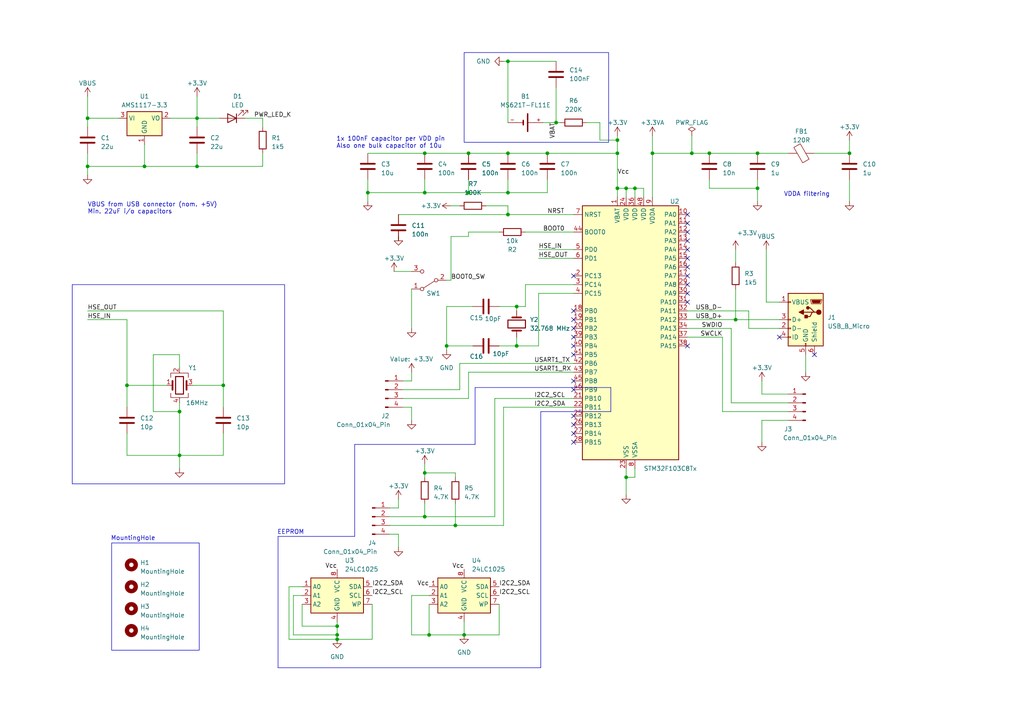
<source format=kicad_sch>
(kicad_sch (version 20231120) (generator "eeschema") (generator_version "8.0")
  (paper "A4")
  (title_block (title "STM32 Datalogger") (date "2026-01-10"))
  (lib_symbols
    (symbol "Connector:Conn_01x04_Pin" (pin_names (offset 1.016) hide)
      (property "Reference" "J" (at 0 5.08 0))
      (property "Value" "Conn_01x04_Pin" (at 0 -7.62 0))
      (symbol "Conn_01x04_Pin_1_1"
        (polyline (pts (xy 1.27 -5.08) (xy 0.8636 -5.08)) (stroke (width 0.1524)))
        (polyline (pts (xy 1.27 -2.54) (xy 0.8636 -2.54)) (stroke (width 0.1524)))
        (polyline (pts (xy 1.27 0) (xy 0.8636 0)) (stroke (width 0.1524)))
        (polyline (pts (xy 1.27 2.54) (xy 0.8636 2.54)) (stroke (width 0.1524)))
        (rectangle (start 0.8636 -4.953) (end 0 -5.207) (stroke (width 0.1524)) (fill (type outline)))
        (rectangle (start 0.8636 -2.413) (end 0 -2.667) (stroke (width 0.1524)) (fill (type outline)))
        (rectangle (start 0.8636 0.127) (end 0 -0.127) (stroke (width 0.1524)) (fill (type outline)))
        (rectangle (start 0.8636 2.667) (end 0 2.413) (stroke (width 0.1524)) (fill (type outline)))
        (pin passive line (at 5.08 2.54 180) (length 3.81) (name "Pin_1") (number "1"))
        (pin passive line (at 5.08 0 180) (length 3.81) (name "Pin_2") (number "2"))
        (pin passive line (at 5.08 -2.54 180) (length 3.81) (name "Pin_3") (number "3"))
        (pin passive line (at 5.08 -5.08 180) (length 3.81) (name "Pin_4") (number "4"))
      )
    )
    (symbol "Connector:USB_B_Micro" (pin_names (offset 1.016))
      (property "Reference" "J" (at -5.08 11.43 0))
      (property "Value" "USB_B_Micro" (at -5.08 8.89 0))
      (symbol "USB_B_Micro_0_1"
        (rectangle (start -5.08 -7.62) (end 5.08 7.62) (stroke (width 0.254)) (fill (type background)))
        (circle (center -3.81 2.159) (radius 0.635) (stroke (width 0.254)) (fill (type outline)))
        (circle (center -0.635 3.429) (radius 0.381) (stroke (width 0.254)) (fill (type outline)))
        (rectangle (start -0.127 -7.62) (end 0.127 -6.858))
        (polyline (pts (xy -1.905 2.159) (xy 0.635 2.159)) (stroke (width 0.254)))
        (polyline (pts (xy -3.175 2.159) (xy -2.54 2.159) (xy -1.27 3.429) (xy -0.635 3.429)) (stroke (width 0.254)))
        (polyline (pts (xy -2.54 2.159) (xy -1.905 2.159) (xy -1.27 0.889) (xy 0 0.889)) (stroke (width 0.254)))
        (polyline (pts (xy 0.635 2.794) (xy 0.635 1.524) (xy 1.905 2.159) (xy 0.635 2.794)) (stroke (width 0.254)) (fill (type outline)))
        (polyline (pts (xy -4.318 5.588) (xy -1.778 5.588) (xy -2.032 4.826) (xy -4.064 4.826) (xy -4.318 5.588)) (fill (type outline)))
        (polyline (pts (xy -4.699 5.842) (xy -4.699 5.588) (xy -4.445 4.826) (xy -4.445 4.572) (xy -1.651 4.572) (xy -1.651 4.826) (xy -1.397 5.588) (xy -1.397 5.842) (xy -4.699 5.842)))
        (rectangle (start 0.254 1.27) (end -0.508 0.508) (stroke (width 0.254)) (fill (type outline)))
        (rectangle (start 5.08 -5.207) (end 4.318 -4.953))
        (rectangle (start 5.08 -2.667) (end 4.318 -2.413))
        (rectangle (start 5.08 -0.127) (end 4.318 0.127))
        (rectangle (start 5.08 4.953) (end 4.318 5.207))
      )
      (symbol "USB_B_Micro_1_1"
        (pin power_out line (at 7.62 5.08 180) (length 2.54) (name "VBUS") (number "1"))
        (pin bidirectional line (at 7.62 -2.54 180) (length 2.54) (name "D-") (number "2"))
        (pin bidirectional line (at 7.62 0 180) (length 2.54) (name "D+") (number "3"))
        (pin passive line (at 7.62 -5.08 180) (length 2.54) (name "ID") (number "4"))
        (pin power_out line (at 0 -10.16 90) (length 2.54) (name "GND") (number "5"))
        (pin passive line (at -2.54 -10.16 90) (length 2.54) (name "Shield") (number "6"))
      )
    )
    (symbol "Device:C" (pin_numbers hide) (pin_names (offset 0.254))
      (property "Reference" "C" (at 0.635 2.54 0))
      (property "Value" "C" (at 0.635 -2.54 0))
      (symbol "C_0_1"
        (polyline (pts (xy -2.032 -0.762) (xy 2.032 -0.762)) (stroke (width 0.508)))
        (polyline (pts (xy -2.032 0.762) (xy 2.032 0.762)) (stroke (width 0.508)))
      )
      (symbol "C_1_1"
        (pin passive line (at 0 3.81 270) (length 2.794) (name "~") (number "1"))
        (pin passive line (at 0 -3.81 90) (length 2.794) (name "~") (number "2"))
      )
    )
    (symbol "Device:Crystal" (pin_numbers hide) (pin_names (offset 1.016) hide)
      (property "Reference" "Y" (at 0 3.81 0))
      (property "Value" "Crystal" (at 0 -3.81 0))
      (symbol "Crystal_0_1"
        (rectangle (start -1.143 2.54) (end 1.143 -2.54) (stroke (width 0.3048)))
        (polyline (pts (xy -2.54 0) (xy -1.905 0)))
        (polyline (pts (xy -1.905 -1.27) (xy -1.905 1.27)) (stroke (width 0.508)))
        (polyline (pts (xy 1.905 -1.27) (xy 1.905 1.27)) (stroke (width 0.508)))
        (polyline (pts (xy 2.54 0) (xy 1.905 0)))
      )
      (symbol "Crystal_1_1"
        (pin passive line (at -3.81 0 0) (length 1.27) (name "1") (number "1"))
        (pin passive line (at 3.81 0 180) (length 1.27) (name "2") (number "2"))
      )
    )
    (symbol "Device:Crystal_GND24" (pin_names (offset 1.016) hide)
      (property "Reference" "Y" (at 3.175 5.08 0))
      (property "Value" "Crystal_GND24" (at 3.175 3.175 0))
      (symbol "Crystal_GND24_0_1"
        (rectangle (start -1.143 2.54) (end 1.143 -2.54) (stroke (width 0.3048)))
        (polyline (pts (xy -2.54 0) (xy -2.032 0)))
        (polyline (pts (xy -2.032 -1.27) (xy -2.032 1.27)) (stroke (width 0.508)))
        (polyline (pts (xy 0 -3.81) (xy 0 -3.556)))
        (polyline (pts (xy 0 3.556) (xy 0 3.81)))
        (polyline (pts (xy 2.032 -1.27) (xy 2.032 1.27)) (stroke (width 0.508)))
        (polyline (pts (xy 2.032 0) (xy 2.54 0)))
        (polyline (pts (xy -2.54 -2.286) (xy -2.54 -3.556) (xy 2.54 -3.556) (xy 2.54 -2.286)))
        (polyline (pts (xy -2.54 2.286) (xy -2.54 3.556) (xy 2.54 3.556) (xy 2.54 2.286)))
      )
      (symbol "Crystal_GND24_1_1"
        (pin passive line (at -3.81 0 0) (length 1.27) (name "1") (number "1"))
        (pin passive line (at 0 5.08 270) (length 1.27) (name "2") (number "2"))
        (pin passive line (at 3.81 0 180) (length 1.27) (name "3") (number "3"))
        (pin passive line (at 0 -5.08 90) (length 1.27) (name "4") (number "4"))
      )
    )
    (symbol "Device:FerriteBead" (pin_numbers hide) (pin_names (offset 0))
      (property "Reference" "FB" (at -3.81 0.635 90))
      (property "Value" "FerriteBead" (at 3.81 0 90))
      (symbol "FerriteBead_0_1"
        (polyline (pts (xy 0 -1.27) (xy 0 -1.2192)))
        (polyline (pts (xy 0 1.27) (xy 0 1.2954)))
        (polyline (pts (xy -2.7686 0.4064) (xy -1.7018 2.2606) (xy 2.7686 -0.3048) (xy 1.6764 -2.159) (xy -2.7686 0.4064)))
      )
      (symbol "FerriteBead_1_1"
        (pin passive line (at 0 3.81 270) (length 2.54) (name "~") (number "1"))
        (pin passive line (at 0 -3.81 90) (length 2.54) (name "~") (number "2"))
      )
    )
    (symbol "Device:LED" (pin_numbers hide) (pin_names (offset 1.016) hide)
      (property "Reference" "D" (at 0 2.54 0))
      (property "Value" "LED" (at 0 -2.54 0))
      (symbol "LED_0_1"
        (polyline (pts (xy -1.27 -1.27) (xy -1.27 1.27)) (stroke (width 0.254)))
        (polyline (pts (xy -1.27 0) (xy 1.27 0)))
        (polyline (pts (xy 1.27 -1.27) (xy 1.27 1.27) (xy -1.27 0) (xy 1.27 -1.27)) (stroke (width 0.254)))
        (polyline (pts (xy -3.048 -0.762) (xy -4.572 -2.286) (xy -3.81 -2.286) (xy -4.572 -2.286) (xy -4.572 -1.524)))
        (polyline (pts (xy -1.778 -0.762) (xy -3.302 -2.286) (xy -2.54 -2.286) (xy -3.302 -2.286) (xy -3.302 -1.524)))
      )
      (symbol "LED_1_1"
        (pin passive line (at -3.81 0 0) (length 2.54) (name "K") (number "1"))
        (pin passive line (at 3.81 0 180) (length 2.54) (name "A") (number "2"))
      )
    )
    (symbol "Device:R" (pin_numbers hide) (pin_names (offset 0))
      (property "Reference" "R" (at 2.032 0 90))
      (property "Value" "R" (at 0 0 90))
      (symbol "R_0_1"
        (rectangle (start -1.016 -2.54) (end 1.016 2.54) (stroke (width 0.254)))
      )
      (symbol "R_1_1"
        (pin passive line (at 0 3.81 270) (length 1.27) (name "~") (number "1"))
        (pin passive line (at 0 -3.81 90) (length 1.27) (name "~") (number "2"))
      )
    )
    (symbol "GND_1" (power) (pin_numbers hide) (pin_names (offset 0) hide)
      (property "Value" "GND" (at 0 -3.81 0))
      (symbol "GND_1_0_1"
        (polyline (pts (xy 0 0) (xy 0 -1.27) (xy 1.27 -1.27) (xy 0 -2.54) (xy -1.27 -1.27) (xy 0 -1.27)))
      )
      (symbol "GND_1_1_1"
        (pin power_in line (at 0 0 270) (length 0) (name "~") (number "1"))
      )
    )
    (symbol "GND_2" (power) (pin_numbers hide) (pin_names (offset 0) hide)
      (property "Value" "GND" (at 0 -3.81 0))
      (symbol "GND_2_0_1"
        (polyline (pts (xy 0 0) (xy 0 -1.27) (xy 1.27 -1.27) (xy 0 -2.54) (xy -1.27 -1.27) (xy 0 -1.27)))
      )
      (symbol "GND_2_1_1"
        (pin power_in line (at 0 0 270) (length 0) (name "~") (number "1"))
      )
    )
    (symbol "GND_3" (power) (pin_numbers hide) (pin_names (offset 0) hide)
      (property "Value" "GND" (at 0 -3.81 0))
      (symbol "GND_3_0_1"
        (polyline (pts (xy 0 0) (xy 0 -1.27) (xy 1.27 -1.27) (xy 0 -2.54) (xy -1.27 -1.27) (xy 0 -1.27)))
      )
      (symbol "GND_3_1_1"
        (pin power_in line (at 0 0 270) (length 0) (name "~") (number "1"))
      )
    )
    (symbol "MCU_ST_STM32F1:STM32F103C8Tx"
      (property "Reference" "U" (at -12.7 39.37 0))
      (property "Value" "STM32F103C8Tx" (at 10.16 39.37 0))
      (symbol "STM32F103C8Tx_0_1"
        (rectangle (start -12.7 -35.56) (end 15.24 38.1) (stroke (width 0.254)) (fill (type background)))
      )
      (symbol "STM32F103C8Tx_1_1"
        (pin power_in line (at -2.54 40.64 270) (length 2.54) (name "VBAT") (number "1"))
        (pin bidirectional line (at 17.78 35.56 180) (length 2.54) (name "PA0") (number "10"))
        (pin bidirectional line (at 17.78 33.02 180) (length 2.54) (name "PA1") (number "11"))
        (pin bidirectional line (at 17.78 30.48 180) (length 2.54) (name "PA2") (number "12"))
        (pin bidirectional line (at 17.78 27.94 180) (length 2.54) (name "PA3") (number "13"))
        (pin bidirectional line (at 17.78 25.4 180) (length 2.54) (name "PA4") (number "14"))
        (pin bidirectional line (at 17.78 22.86 180) (length 2.54) (name "PA5") (number "15"))
        (pin bidirectional line (at 17.78 20.32 180) (length 2.54) (name "PA6") (number "16"))
        (pin bidirectional line (at 17.78 17.78 180) (length 2.54) (name "PA7") (number "17"))
        (pin bidirectional line (at -15.24 7.62 0) (length 2.54) (name "PB0") (number "18"))
        (pin bidirectional line (at -15.24 5.08 0) (length 2.54) (name "PB1") (number "19"))
        (pin bidirectional line (at -15.24 17.78 0) (length 2.54) (name "PC13") (number "2"))
        (pin bidirectional line (at -15.24 2.54 0) (length 2.54) (name "PB2") (number "20"))
        (pin bidirectional line (at -15.24 -17.78 0) (length 2.54) (name "PB10") (number "21"))
        (pin bidirectional line (at -15.24 -20.32 0) (length 2.54) (name "PB11") (number "22"))
        (pin power_in line (at 0 -38.1 90) (length 2.54) (name "VSS") (number "23"))
        (pin power_in line (at 0 40.64 270) (length 2.54) (name "VDD") (number "24"))
        (pin bidirectional line (at -15.24 -22.86 0) (length 2.54) (name "PB12") (number "25"))
        (pin bidirectional line (at -15.24 -25.4 0) (length 2.54) (name "PB13") (number "26"))
        (pin bidirectional line (at -15.24 -27.94 0) (length 2.54) (name "PB14") (number "27"))
        (pin bidirectional line (at -15.24 -30.48 0) (length 2.54) (name "PB15") (number "28"))
        (pin bidirectional line (at 17.78 15.24 180) (length 2.54) (name "PA8") (number "29"))
        (pin bidirectional line (at -15.24 15.24 0) (length 2.54) (name "PC14") (number "3"))
        (pin bidirectional line (at 17.78 12.7 180) (length 2.54) (name "PA9") (number "30"))
        (pin bidirectional line (at 17.78 10.16 180) (length 2.54) (name "PA10") (number "31"))
        (pin bidirectional line (at 17.78 7.62 180) (length 2.54) (name "PA11") (number "32"))
        (pin bidirectional line (at 17.78 5.08 180) (length 2.54) (name "PA12") (number "33"))
        (pin bidirectional line (at 17.78 2.54 180) (length 2.54) (name "PA13") (number "34"))
        (pin passive line (at 0 -38.1 90) (length 2.54) hide (name "VSS") (number "35"))
        (pin power_in line (at 2.54 40.64 270) (length 2.54) (name "VDD") (number "36"))
        (pin bidirectional line (at 17.78 0 180) (length 2.54) (name "PA14") (number "37"))
        (pin bidirectional line (at 17.78 -2.54 180) (length 2.54) (name "PA15") (number "38"))
        (pin bidirectional line (at -15.24 0 0) (length 2.54) (name "PB3") (number "39"))
        (pin bidirectional line (at -15.24 12.7 0) (length 2.54) (name "PC15") (number "4"))
        (pin bidirectional line (at -15.24 -2.54 0) (length 2.54) (name "PB4") (number "40"))
        (pin bidirectional line (at -15.24 -5.08 0) (length 2.54) (name "PB5") (number "41"))
        (pin bidirectional line (at -15.24 -7.62 0) (length 2.54) (name "PB6") (number "42"))
        (pin bidirectional line (at -15.24 -10.16 0) (length 2.54) (name "PB7") (number "43"))
        (pin input line (at -15.24 30.48 0) (length 2.54) (name "BOOT0") (number "44"))
        (pin bidirectional line (at -15.24 -12.7 0) (length 2.54) (name "PB8") (number "45"))
        (pin bidirectional line (at -15.24 -15.24 0) (length 2.54) (name "PB9") (number "46"))
        (pin passive line (at 0 -38.1 90) (length 2.54) hide (name "VSS") (number "47"))
        (pin power_in line (at 5.08 40.64 270) (length 2.54) (name "VDD") (number "48"))
        (pin bidirectional line (at -15.24 25.4 0) (length 2.54) (name "PD0") (number "5"))
        (pin bidirectional line (at -15.24 22.86 0) (length 2.54) (name "PD1") (number "6"))
        (pin input line (at -15.24 35.56 0) (length 2.54) (name "NRST") (number "7"))
        (pin power_in line (at 2.54 -38.1 90) (length 2.54) (name "VSSA") (number "8"))
        (pin power_in line (at 7.62 40.64 270) (length 2.54) (name "VDDA") (number "9"))
      )
    )
    (symbol "MS621T-FL11E:MS621T-FL11E" (pin_names (offset 1.016))
      (property "Reference" "B" (at 0 0 0))
      (symbol "MS621T-FL11E_0_0"
        (polyline (pts (xy -2.54 0) (xy -0.635 0)) (stroke (width 0.1524)))
        (polyline (pts (xy -0.635 0) (xy -0.635 -0.635)) (stroke (width 0.4064)))
        (polyline (pts (xy -0.635 0.635) (xy -0.635 0)) (stroke (width 0.4064)))
        (polyline (pts (xy 0.635 0) (xy 0.635 -2.54)) (stroke (width 0.4064)))
        (polyline (pts (xy 0.635 0) (xy 2.54 0)) (stroke (width 0.1524)))
        (polyline (pts (xy 0.635 2.54) (xy 0.635 0)) (stroke (width 0.4064)))
        (pin passive line (at 5.08 0 180) (length 2.54) (name "~") (number "+"))
        (pin passive line (at -5.08 0 0) (length 2.54) (name "~") (number "-"))
      )
    )
    (symbol "Mechanical:MountingHole" (pin_names (offset 1.016))
      (property "Reference" "H" (at 0 5.08 0))
      (property "Value" "MountingHole" (at 0 3.175 0))
      (symbol "MountingHole_0_1"
        (circle (center 0 0) (radius 1.27) (stroke (width 1.27)))
      )
    )
    (symbol "Memory_EEPROM:24LC1025"
      (property "Reference" "U" (at -6.35 6.35 0))
      (property "Value" "24LC1025" (at 1.27 6.35 0))
      (symbol "24LC1025_1_1"
        (rectangle (start -7.62 5.08) (end 7.62 -5.08) (stroke (width 0.254)) (fill (type background)))
        (pin input line (at -10.16 2.54 0) (length 2.54) (name "A0") (number "1"))
        (pin input line (at -10.16 0 0) (length 2.54) (name "A1") (number "2"))
        (pin input line (at -10.16 -2.54 0) (length 2.54) (name "A2") (number "3"))
        (pin power_in line (at 0 -7.62 90) (length 2.54) (name "GND") (number "4"))
        (pin bidirectional line (at 10.16 2.54 180) (length 2.54) (name "SDA") (number "5"))
        (pin input line (at 10.16 0 180) (length 2.54) (name "SCL") (number "6"))
        (pin input line (at 10.16 -2.54 180) (length 2.54) (name "WP") (number "7"))
        (pin power_in line (at 0 7.62 270) (length 2.54) (name "VCC") (number "8"))
      )
    )
    (symbol "Regulator_Linear:AMS1117-3.3"
      (property "Reference" "U" (at -3.81 3.175 0))
      (property "Value" "AMS1117-3.3" (at 0 3.175 0))
      (symbol "AMS1117-3.3_0_1"
        (rectangle (start -5.08 -5.08) (end 5.08 1.905) (stroke (width 0.254)) (fill (type background)))
      )
      (symbol "AMS1117-3.3_1_1"
        (pin power_in line (at 0 -7.62 90) (length 2.54) (name "GND") (number "1"))
        (pin power_out line (at 7.62 0 180) (length 2.54) (name "VO") (number "2"))
        (pin power_in line (at -7.62 0 0) (length 2.54) (name "VI") (number "3"))
      )
    )
    (symbol "Switch:SW_SPDT" (pin_names (offset 0) hide)
      (property "Reference" "SW" (at 0 4.318 0))
      (property "Value" "SW_SPDT" (at 0 -5.08 0))
      (symbol "SW_SPDT_0_0"
        (circle (center -2.032 0) (radius 0.508))
        (circle (center 2.032 -2.54) (radius 0.508))
      )
      (symbol "SW_SPDT_0_1"
        (polyline (pts (xy -1.524 0.254) (xy 1.651 2.286)))
        (circle (center 2.032 2.54) (radius 0.508))
      )
      (symbol "SW_SPDT_1_1"
        (pin passive line (at 5.08 2.54 180) (length 2.54) (name "A") (number "1"))
        (pin passive line (at -5.08 0 0) (length 2.54) (name "B") (number "2"))
        (pin passive line (at 5.08 -2.54 180) (length 2.54) (name "C") (number "3"))
      )
    )
    (symbol "power:+3.3V" (power) (pin_names (offset 0))
      (property "Value" "+3.3V" (at 0 3.556 0))
      (symbol "+3.3V_0_1"
        (polyline (pts (xy -0.762 1.27) (xy 0 2.54)))
        (polyline (pts (xy 0 0) (xy 0 2.54)))
        (polyline (pts (xy 0 2.54) (xy 0.762 1.27)))
      )
      (symbol "+3.3V_1_1"
        (pin power_in line (at 0 0 90) (length 0) hide (name "+3.3V") (number "1"))
      )
    )
    (symbol "power:+3.3VA" (power) (pin_names (offset 0))
      (property "Value" "+3.3VA" (at 0 3.556 0))
      (symbol "+3.3VA_0_1"
        (polyline (pts (xy -0.762 1.27) (xy 0 2.54)))
        (polyline (pts (xy 0 0) (xy 0 2.54)))
        (polyline (pts (xy 0 2.54) (xy 0.762 1.27)))
      )
      (symbol "+3.3VA_1_1"
        (pin power_in line (at 0 0 90) (length 0) hide (name "+3.3VA") (number "1"))
      )
    )
    (symbol "power:GND" (power) (pin_names (offset 0))
      (property "Value" "GND" (at 0 -3.81 0))
      (symbol "GND_0_1"
        (polyline (pts (xy 0 0) (xy 0 -1.27) (xy 1.27 -1.27) (xy 0 -2.54) (xy -1.27 -1.27) (xy 0 -1.27)))
      )
      (symbol "GND_1_1"
        (pin power_in line (at 0 0 270) (length 0) hide (name "GND") (number "1"))
      )
    )
    (symbol "power:PWR_FLAG" (power) (pin_numbers hide) (pin_names (offset 0) hide)
      (property "Value" "PWR_FLAG" (at 0 3.81 0))
      (symbol "PWR_FLAG_0_0"
        (pin power_out line (at 0 0 90) (length 0) (name "pwr") (number "1"))
      )
      (symbol "PWR_FLAG_0_1"
        (polyline (pts (xy 0 0) (xy 0 1.27) (xy -1.016 1.905) (xy 0 2.54) (xy 1.016 1.905) (xy 0 1.27)))
      )
    )
    (symbol "power:VBUS" (power) (pin_names (offset 0))
      (property "Value" "VBUS" (at 0 3.81 0))
      (symbol "VBUS_0_1"
        (polyline (pts (xy -0.762 1.27) (xy 0 2.54)))
        (polyline (pts (xy 0 0) (xy 0 2.54)))
        (polyline (pts (xy 0 2.54) (xy 0.762 1.27)))
      )
      (symbol "VBUS_1_1"
        (pin power_in line (at 0 0 90) (length 0) hide (name "VBUS") (number "1"))
      )
    )
  )
  (junction (at 123.19 137.16))
  (junction (at 161.29 35.56))
  (junction (at 106.68 55.88))
  (junction (at 179.07 40.64))
  (junction (at 200.66 44.45))
  (junction (at 158.75 44.45))
  (junction (at 97.79 185.42))
  (junction (at 134.62 184.15))
  (junction (at 181.61 54.61))
  (junction (at 97.79 181.61))
  (junction (at 41.91 48.26))
  (junction (at 64.77 111.76))
  (junction (at 184.15 54.61))
  (junction (at 213.36 92.71))
  (junction (at 149.86 100.33))
  (junction (at 135.89 44.45))
  (junction (at 57.15 34.29))
  (junction (at 179.07 54.61))
  (junction (at 132.08 152.4))
  (junction (at 179.07 44.45))
  (junction (at 123.19 44.45))
  (junction (at 181.61 138.43))
  (junction (at 129.54 100.33))
  (junction (at 147.32 44.45))
  (junction (at 219.71 54.61))
  (junction (at 97.79 184.15))
  (junction (at 147.32 62.23))
  (junction (at 189.23 44.45))
  (junction (at 25.4 34.29))
  (junction (at 25.4 48.26))
  (junction (at 147.32 17.78))
  (junction (at 205.74 44.45))
  (junction (at 57.15 48.26))
  (junction (at 135.89 55.88))
  (junction (at 124.46 184.15))
  (junction (at 123.19 149.86))
  (junction (at 246.38 44.45))
  (junction (at 52.07 119.38))
  (junction (at 123.19 55.88))
  (junction (at 52.07 132.08))
  (junction (at 149.86 88.9))
  (junction (at 219.71 44.45))
  (junction (at 147.32 55.88))
  (junction (at 36.83 111.76))
  (no_connect (at 166.37 128.27))
  (no_connect (at 199.39 69.85))
  (no_connect (at 166.37 123.19))
  (no_connect (at 226.06 97.79))
  (no_connect (at 166.37 110.49))
  (no_connect (at 166.37 90.17))
  (no_connect (at 236.22 102.87))
  (no_connect (at 199.39 82.55))
  (no_connect (at 199.39 72.39))
  (no_connect (at 199.39 77.47))
  (no_connect (at 166.37 102.87))
  (no_connect (at 166.37 100.33))
  (no_connect (at 199.39 64.77))
  (no_connect (at 199.39 67.31))
  (no_connect (at 166.37 92.71))
  (no_connect (at 199.39 85.09))
  (no_connect (at 166.37 120.65))
  (no_connect (at 199.39 100.33))
  (no_connect (at 199.39 74.93))
  (no_connect (at 166.37 113.03))
  (no_connect (at 166.37 125.73))
  (no_connect (at 166.37 80.01))
  (no_connect (at 199.39 62.23))
  (no_connect (at 199.39 87.63))
  (no_connect (at 166.37 95.25))
  (no_connect (at 199.39 80.01))
  (no_connect (at 166.37 97.79))
  (wire (pts (xy 135.89 67.31) (xy 144.78 67.31)))
  (wire (pts (xy 87.63 181.61) (xy 97.79 181.61)))
  (wire (pts (xy 106.68 52.07) (xy 106.68 55.88)))
  (wire (pts (xy 156.21 85.09) (xy 156.21 100.33)))
  (wire (pts (xy 87.63 175.26) (xy 87.63 181.61)))
  (wire (pts (xy 222.25 72.39) (xy 222.25 87.63)))
  (polyline (pts (xy 137.795 112.395) (xy 137.795 128.905)))
  (wire (pts (xy 143.51 149.86) (xy 143.51 115.57)))
  (wire (pts (xy 135.89 115.57) (xy 135.89 107.95)))
  (wire (pts (xy 147.32 59.69) (xy 147.32 62.23)))
  (wire (pts (xy 85.09 172.72) (xy 85.09 184.15)))
  (wire (pts (xy 116.84 118.11) (xy 119.38 118.11)))
  (wire (pts (xy 147.32 44.45) (xy 158.75 44.45)))
  (wire (pts (xy 189.23 44.45) (xy 189.23 57.15)))
  (wire (pts (xy 130.81 81.28) (xy 129.54 81.28)))
  (wire (pts (xy 83.82 170.18) (xy 83.82 185.42)))
  (wire (pts (xy 199.39 97.79) (xy 209.55 97.79)))
  (wire (pts (xy 158.75 55.88) (xy 147.32 55.88)))
  (wire (pts (xy 107.95 175.26) (xy 107.95 185.42)))
  (wire (pts (xy 57.15 44.45) (xy 57.15 48.26)))
  (wire (pts (xy 132.08 152.4) (xy 146.05 152.4)))
  (wire (pts (xy 220.98 121.92) (xy 220.98 128.27)))
  (wire (pts (xy 25.4 44.45) (xy 25.4 48.26)))
  (wire (pts (xy 25.4 48.26) (xy 41.91 48.26)))
  (wire (pts (xy 36.83 132.08) (xy 52.07 132.08)))
  (wire (pts (xy 123.19 149.86) (xy 143.51 149.86)))
  (wire (pts (xy 213.36 72.39) (xy 213.36 76.2)))
  (wire (pts (xy 76.2 44.45) (xy 76.2 48.26)))
  (wire (pts (xy 213.36 83.82) (xy 213.36 92.71)))
  (wire (pts (xy 132.08 138.43) (xy 132.08 137.16)))
  (wire (pts (xy 219.71 52.07) (xy 219.71 54.61)))
  (wire (pts (xy 228.6 121.92) (xy 220.98 121.92)))
  (wire (pts (xy 52.07 102.87) (xy 44.45 102.87)))
  (wire (pts (xy 213.36 92.71) (xy 226.06 92.71)))
  (wire (pts (xy 170.18 35.56) (xy 173.99 35.56)))
  (wire (pts (xy 135.89 107.95) (xy 166.37 107.95)))
  (wire (pts (xy 119.38 83.82) (xy 119.38 95.25)))
  (wire (pts (xy 25.4 48.26) (xy 25.4 50.8)))
  (wire (pts (xy 219.71 54.61) (xy 219.71 58.42)))
  (wire (pts (xy 152.4 88.9) (xy 152.4 82.55)))
  (wire (pts (xy 64.77 132.08) (xy 52.07 132.08)))
  (wire (pts (xy 123.19 137.16) (xy 123.19 138.43)))
  (wire (pts (xy 123.19 55.88) (xy 135.89 55.88)))
  (wire (pts (xy 49.53 34.29) (xy 57.15 34.29)))
  (polyline (pts (xy 80.645 193.675) (xy 156.845 193.675)))
  (wire (pts (xy 52.07 119.38) (xy 52.07 132.08)))
  (wire (pts (xy 36.83 125.73) (xy 36.83 132.08)))
  (wire (pts (xy 146.05 118.11) (xy 166.37 118.11)))
  (wire (pts (xy 189.23 39.37) (xy 189.23 44.45)))
  (wire (pts (xy 135.89 52.07) (xy 135.89 55.88)))
  (wire (pts (xy 152.4 67.31) (xy 166.37 67.31)))
  (wire (pts (xy 124.46 184.15) (xy 134.62 184.15)))
  (wire (pts (xy 129.54 101.6) (xy 129.54 100.33)))
  (wire (pts (xy 132.08 137.16) (xy 123.19 137.16)))
  (polyline (pts (xy 102.87 155.575) (xy 80.645 155.575)))
  (wire (pts (xy 147.32 52.07) (xy 147.32 55.88)))
  (wire (pts (xy 25.4 34.29) (xy 25.4 36.83)))
  (wire (pts (xy 64.77 125.73) (xy 64.77 132.08)))
  (wire (pts (xy 144.78 88.9) (xy 149.86 88.9)))
  (wire (pts (xy 130.81 81.28) (xy 130.81 68.58)))
  (wire (pts (xy 123.19 44.45) (xy 135.89 44.45)))
  (wire (pts (xy 156.21 74.93) (xy 166.37 74.93)))
  (wire (pts (xy 124.46 175.26) (xy 124.46 184.15)))
  (wire (pts (xy 129.54 88.9) (xy 129.54 100.33)))
  (wire (pts (xy 25.4 27.94) (xy 25.4 34.29)))
  (wire (pts (xy 246.38 52.07) (xy 246.38 58.42)))
  (wire (pts (xy 76.2 48.26) (xy 57.15 48.26)))
  (wire (pts (xy 133.35 113.03) (xy 133.35 105.41)))
  (wire (pts (xy 115.57 147.32) (xy 113.03 147.32)))
  (wire (pts (xy 219.71 44.45) (xy 228.6 44.45)))
  (wire (pts (xy 200.66 39.37) (xy 200.66 44.45)))
  (wire (pts (xy 134.62 180.34) (xy 134.62 184.15)))
  (wire (pts (xy 41.91 41.91) (xy 41.91 48.26)))
  (wire (pts (xy 52.07 132.08) (xy 52.07 135.89)))
  (wire (pts (xy 200.66 44.45) (xy 205.74 44.45)))
  (wire (pts (xy 179.07 40.64) (xy 179.07 44.45)))
  (wire (pts (xy 199.39 95.25) (xy 212.09 95.25)))
  (wire (pts (xy 135.89 44.45) (xy 147.32 44.45)))
  (wire (pts (xy 186.69 54.61) (xy 184.15 54.61)))
  (wire (pts (xy 209.55 119.38) (xy 209.55 97.79)))
  (wire (pts (xy 158.75 52.07) (xy 158.75 55.88)))
  (wire (pts (xy 36.83 92.71) (xy 36.83 111.76)))
  (wire (pts (xy 189.23 44.45) (xy 200.66 44.45)))
  (wire (pts (xy 52.07 116.84) (xy 52.07 119.38)))
  (wire (pts (xy 123.19 134.62) (xy 123.19 137.16)))
  (polyline (pts (xy 156.845 119.38) (xy 177.165 119.38)))
  (polyline (pts (xy 177.165 119.38) (xy 177.165 112.395)))
  (wire (pts (xy 143.51 115.57) (xy 166.37 115.57)))
  (wire (pts (xy 186.69 57.15) (xy 186.69 54.61)))
  (polyline (pts (xy 102.87 128.905) (xy 137.795 128.905)))
  (polyline (pts (xy 102.87 128.905) (xy 102.87 155.575)))
  (wire (pts (xy 199.39 92.71) (xy 213.36 92.71)))
  (wire (pts (xy 44.45 102.87) (xy 44.45 119.38)))
  (wire (pts (xy 246.38 40.64) (xy 246.38 44.45)))
  (wire (pts (xy 181.61 138.43) (xy 181.61 143.51)))
  (wire (pts (xy 115.57 144.78) (xy 115.57 147.32)))
  (wire (pts (xy 149.86 100.33) (xy 149.86 97.79)))
  (wire (pts (xy 149.86 88.9) (xy 149.86 90.17)))
  (wire (pts (xy 226.06 95.25) (xy 217.17 95.25)))
  (wire (pts (xy 57.15 27.94) (xy 57.15 34.29)))
  (wire (pts (xy 115.57 69.85) (xy 115.57 68.58)))
  (wire (pts (xy 106.68 55.88) (xy 106.68 58.42)))
  (wire (pts (xy 48.26 111.76) (xy 36.83 111.76)))
  (wire (pts (xy 184.15 54.61) (xy 181.61 54.61)))
  (wire (pts (xy 217.17 95.25) (xy 217.17 90.17)))
  (wire (pts (xy 130.81 68.58) (xy 135.89 68.58)))
  (wire (pts (xy 25.4 34.29) (xy 34.29 34.29)))
  (wire (pts (xy 113.03 149.86) (xy 123.19 149.86)))
  (wire (pts (xy 113.03 152.4) (xy 132.08 152.4)))
  (wire (pts (xy 179.07 39.37) (xy 179.07 40.64)))
  (wire (pts (xy 144.78 175.26) (xy 144.78 184.15)))
  (wire (pts (xy 205.74 44.45) (xy 219.71 44.45)))
  (wire (pts (xy 52.07 106.68) (xy 52.07 102.87)))
  (wire (pts (xy 179.07 54.61) (xy 179.07 57.15)))
  (wire (pts (xy 205.74 52.07) (xy 205.74 54.61)))
  (wire (pts (xy 135.89 55.88) (xy 147.32 55.88)))
  (wire (pts (xy 184.15 138.43) (xy 181.61 138.43)))
  (wire (pts (xy 83.82 185.42) (xy 97.79 185.42)))
  (wire (pts (xy 107.95 185.42) (xy 97.79 185.42)))
  (wire (pts (xy 116.84 113.03) (xy 133.35 113.03)))
  (wire (pts (xy 144.78 100.33) (xy 149.86 100.33)))
  (wire (pts (xy 173.99 40.64) (xy 179.07 40.64)))
  (polyline (pts (xy 156.845 193.675) (xy 156.845 119.38)))
  (wire (pts (xy 157.48 35.56) (xy 161.29 35.56)))
  (wire (pts (xy 228.6 116.84) (xy 212.09 116.84)))
  (wire (pts (xy 146.05 152.4) (xy 146.05 118.11)))
  (wire (pts (xy 147.32 17.78) (xy 147.32 35.56)))
  (wire (pts (xy 156.21 100.33) (xy 149.86 100.33)))
  (wire (pts (xy 124.46 172.72) (xy 119.38 172.72)))
  (wire (pts (xy 212.09 116.84) (xy 212.09 95.25)))
  (wire (pts (xy 181.61 135.89) (xy 181.61 138.43)))
  (wire (pts (xy 119.38 78.74) (xy 114.3 78.74)))
  (wire (pts (xy 147.32 17.78) (xy 161.29 17.78)))
  (wire (pts (xy 71.12 34.29) (xy 76.2 34.29)))
  (wire (pts (xy 115.57 154.94) (xy 115.57 158.75)))
  (wire (pts (xy 64.77 111.76) (xy 55.88 111.76)))
  (wire (pts (xy 161.29 35.56) (xy 162.56 35.56)))
  (wire (pts (xy 113.03 154.94) (xy 115.57 154.94)))
  (wire (pts (xy 179.07 44.45) (xy 179.07 54.61)))
  (wire (pts (xy 115.57 62.23) (xy 147.32 62.23)))
  (wire (pts (xy 173.99 35.56) (xy 173.99 40.64)))
  (wire (pts (xy 222.25 87.63) (xy 226.06 87.63)))
  (wire (pts (xy 147.32 62.23) (xy 166.37 62.23)))
  (wire (pts (xy 87.63 172.72) (xy 85.09 172.72)))
  (wire (pts (xy 135.89 68.58) (xy 135.89 67.31)))
  (wire (pts (xy 123.19 52.07) (xy 123.19 55.88)))
  (wire (pts (xy 130.81 59.69) (xy 133.35 59.69)))
  (wire (pts (xy 233.68 102.87) (xy 233.68 107.95)))
  (wire (pts (xy 220.98 110.49) (xy 220.98 114.3)))
  (wire (pts (xy 161.29 25.4) (xy 161.29 35.56)))
  (wire (pts (xy 57.15 34.29) (xy 63.5 34.29)))
  (wire (pts (xy 87.63 170.18) (xy 83.82 170.18)))
  (wire (pts (xy 181.61 54.61) (xy 181.61 57.15)))
  (wire (pts (xy 156.21 72.39) (xy 166.37 72.39)))
  (wire (pts (xy 184.15 135.89) (xy 184.15 138.43)))
  (wire (pts (xy 181.61 54.61) (xy 179.07 54.61)))
  (wire (pts (xy 64.77 90.17) (xy 64.77 111.76)))
  (wire (pts (xy 236.22 44.45) (xy 246.38 44.45)))
  (wire (pts (xy 144.78 184.15) (xy 134.62 184.15)))
  (wire (pts (xy 116.84 115.57) (xy 135.89 115.57)))
  (wire (pts (xy 140.97 59.69) (xy 147.32 59.69)))
  (wire (pts (xy 123.19 146.05) (xy 123.19 149.86)))
  (wire (pts (xy 97.79 180.34) (xy 97.79 181.61)))
  (wire (pts (xy 220.98 114.3) (xy 228.6 114.3)))
  (wire (pts (xy 205.74 54.61) (xy 219.71 54.61)))
  (wire (pts (xy 149.86 88.9) (xy 152.4 88.9)))
  (wire (pts (xy 132.08 146.05) (xy 132.08 152.4)))
  (wire (pts (xy 97.79 181.61) (xy 97.79 184.15)))
  (wire (pts (xy 97.79 184.15) (xy 97.79 185.42)))
  (polyline (pts (xy 80.645 155.575) (xy 80.645 193.675)))
  (wire (pts (xy 85.09 184.15) (xy 97.79 184.15)))
  (wire (pts (xy 36.83 111.76) (xy 36.83 118.11)))
  (wire (pts (xy 184.15 54.61) (xy 184.15 57.15)))
  (wire (pts (xy 119.38 107.95) (xy 119.38 110.49)))
  (wire (pts (xy 41.91 48.26) (xy 57.15 48.26)))
  (wire (pts (xy 57.15 34.29) (xy 57.15 36.83)))
  (wire (pts (xy 133.35 105.41) (xy 166.37 105.41)))
  (wire (pts (xy 119.38 118.11) (xy 119.38 121.92)))
  (wire (pts (xy 76.2 34.29) (xy 76.2 36.83)))
  (wire (pts (xy 199.39 90.17) (xy 217.17 90.17)))
  (wire (pts (xy 119.38 110.49) (xy 116.84 110.49)))
  (wire (pts (xy 129.54 88.9) (xy 137.16 88.9)))
  (polyline (pts (xy 177.165 112.395) (xy 137.795 112.395)))
  (wire (pts (xy 119.38 184.15) (xy 124.46 184.15)))
  (wire (pts (xy 25.4 92.71) (xy 36.83 92.71)))
  (wire (pts (xy 106.68 44.45) (xy 123.19 44.45)))
  (wire (pts (xy 152.4 82.55) (xy 166.37 82.55)))
  (wire (pts (xy 44.45 119.38) (xy 52.07 119.38)))
  (wire (pts (xy 146.05 17.78) (xy 147.32 17.78)))
  (wire (pts (xy 166.37 85.09) (xy 156.21 85.09)))
  (wire (pts (xy 228.6 119.38) (xy 209.55 119.38)))
  (wire (pts (xy 158.75 44.45) (xy 179.07 44.45)))
  (wire (pts (xy 25.4 90.17) (xy 64.77 90.17)))
  (wire (pts (xy 106.68 55.88) (xy 123.19 55.88)))
  (wire (pts (xy 129.54 100.33) (xy 137.16 100.33)))
  (wire (pts (xy 64.77 118.11) (xy 64.77 111.76)))
  (wire (pts (xy 119.38 172.72) (xy 119.38 184.15)))
  (rectangle (start 32.385 157.48) (end 57.785 188.595))
  (rectangle (start 20.955 82.55) (end 82.55 140.335))
  (rectangle (start 134.62 15.24) (end 176.53 41.275))
  (text "1x 100nF capacitor per VDD pin\nAlso one bulk capacitor of 10u\n" (at 97.536 43.18 0) (effects (font (size 1.27 1.27)) (justify left bottom)))
  (text "VBUS from USB connector (nom. +5V) \nMin. 22uF i/o capacitors\n" (at 25.4 62.23 0) (effects (font (size 1.27 1.27)) (justify left bottom)))
  (text "EEPROM" (at 84.328 154.432 0) (effects (font (size 1.27 1.27))))
  (text "VDDA filtering\n" (at 227.33 57.15 0) (effects (font (size 1.27 1.27)) (justify left bottom)))
  (text "MountingHole" (at 38.608 156.21 0) (effects (font (size 1.27 1.27))))
  (label "USART1_TX" (at 154.94 105.41 0))
  (label "USART1_RX" (at 154.94 107.95 0))
  (label "HSE_OUT" (at 156.21 74.93 0))
  (label "I2C2_SCL" (at 154.94 115.57 0))
  (label "USB_D-" (at 209.55 90.17 180))
  (label "BOOT0" (at 157.48 67.31 0))
  (label "I2C2_SDA" (at 107.95 170.18 0))
  (label "NRST" (at 158.75 62.23 0))
  (label "HSE_IN" (at 156.21 72.39 0))
  (label "I2C2_SDA" (at 144.78 170.18 0))
  (label "SWDIO" (at 209.55 95.25 180))
  (label "HSE_IN" (at 25.4 92.71 0))
  (label "Vcc" (at 134.62 165.1 180))
  (label "I2C2_SCL" (at 144.78 172.72 0))
  (label "I2C2_SDA" (at 154.94 118.11 0))
  (label "SWCLK" (at 209.55 97.79 180))
  (label "Vcc" (at 179.07 50.8 0))
  (label "Vcc" (at 124.46 170.18 180))
  (label "Vcc" (at 97.79 165.1 180))
  (label "I2C2_SCL" (at 107.95 172.72 0))
  (label "BOOT0_SW" (at 130.81 81.28 0))
  (label "PWR_LED_K" (at 73.66 34.29 0))
  (label "VBAT" (at 161.29 35.56 270))
  (label "USB_D+" (at 209.55 92.71 180))
  (label "HSE_OUT" (at 25.4 90.17 0))
  (symbol (lib_id "power:GND") (at 119.38 95.25 0) (unit 1)
    (property "Reference" "#PWR014" (effects (hide yes)))
    (property "Value" "GND" (effects (hide yes)))
  )
  (symbol (lib_id "power:GND") (at 115.57 158.75 0) (mirror y) (unit 1)
    (property "Reference" "#PWR023" (effects (hide yes)))
    (property "Value" "GND" (effects (hide yes)))
  )
  (symbol (lib_id "MCU_ST_STM32F1:STM32F103C8Tx") (at 181.61 97.79 0) (unit 1)
    (property "Reference" "U2" (at 194.31 58.42 0) (effects (justify left)))
    (property "Value" "STM32F103C8Tx" (at 186.69 135.89 0) (effects (justify left)))
    (property "Footprint" "Package_QFP:LQFP-48_7x7mm_P0.5mm" (effects (hide yes)))
    (property "Datasheet" "https://www.st.com/resource/en/datasheet/stm32f103c8.pdf" (effects (hide yes)))
  )
  (symbol (lib_id "Device:R") (at 148.59 67.31 90) (unit 1)
    (property "Reference" "R2" (at 148.59 72.39 90))
    (property "Value" "10k" (at 148.59 69.85 90))
    (property "Footprint" "Resistor_SMD:R_0402_1005Metric" (effects (hide yes)))
  )
  (symbol (lib_id "Connector:Conn_01x04_Pin") (at 111.76 113.03 0) (unit 1)
    (property "Reference" "J2" (at 111.76 120.65 0))
    (property "Value" "Conn_01x04_Pin" (at 105.41 123.19 0))
    (property "Footprint" "Connector_PinHeader_2.54mm:PinHeader_1x04_P2.54mm_Vertical" (effects (hide yes)))
  )
  (symbol (lib_id "Device:R") (at 123.19 142.24 0) (unit 1)
    (property "Reference" "R4" (at 125.73 141.605 0) (effects (justify left)))
    (property "Value" "4.7K" (at 125.73 144.145 0) (effects (justify left)))
    (property "Footprint" "Resistor_SMD:R_0402_1005Metric" (effects (hide yes)))
  )
  (symbol (lib_id "power:+3.3V") (at 213.36 72.39 0) (unit 1)
    (property "Reference" "#PWR011" (effects (hide yes)))
    (property "Value" "+3.3V" (at 216.662 67.564 0))
  )
  (symbol (lib_id "power:GND") (at 219.71 58.42 0) (unit 1)
    (property "Reference" "#PWR08" (effects (hide yes)))
    (property "Value" "GND" (effects (hide yes)))
  )
  (symbol (lib_id "Device:R") (at 132.08 142.24 0) (unit 1)
    (property "Reference" "R5" (at 134.62 141.605 0) (effects (justify left)))
    (property "Value" "4.7K" (at 134.62 144.145 0) (effects (justify left)))
    (property "Footprint" "Resistor_SMD:R_0402_1005Metric" (effects (hide yes)))
  )
  (symbol (lib_id "power:GND") (at 233.68 107.95 0) (unit 1)
    (property "Reference" "#PWR016" (effects (hide yes)))
    (property "Value" "GND" (effects (hide yes)))
  )
  (symbol (lib_id "Device:C") (at 106.68 48.26 0) (unit 1)
    (property "Reference" "C3" (at 110.49 47.625 0) (effects (justify left)))
    (property "Value" "10u" (at 110.49 50.165 0) (effects (justify left)))
    (property "Footprint" "Capacitor_SMD:C_0603_1608Metric" (effects (hide yes)))
  )
  (symbol (lib_id "power:+3.3V") (at 119.38 107.95 0) (mirror y) (unit 1)
    (property "Reference" "#PWR015" (effects (hide yes)))
    (property "Value" "+3.3V" (at 119.38 104.14 0) (show_name yes))
  )
  (symbol (lib_id "Device:R") (at 137.16 59.69 90) (unit 1)
    (property "Reference" "R7" (at 137.16 53.34 90))
    (property "Value" "100K" (at 137.16 55.88 90))
    (property "Footprint" "Resistor_SMD:R_0402_1005Metric" (effects (hide yes)))
    (property "Description" "Resistor" (effects (hide yes)))
  )
  (symbol (lib_id "power:GND") (at 52.07 135.89 0) (unit 1)
    (property "Reference" "#PWR024" (effects (hide yes)))
    (property "Value" "GND" (effects (hide yes)))
  )
  (symbol (lib_id "Device:R") (at 166.37 35.56 90) (unit 1)
    (property "Reference" "R6" (at 166.37 29.21 90))
    (property "Value" "220K" (at 166.37 31.75 90))
    (property "Footprint" "Resistor_SMD:R_0402_1005Metric" (effects (hide yes)))
    (property "Description" "Resistor" (effects (hide yes)))
  )
  (symbol (lib_id "Device:LED") (at 67.31 34.29 180) (unit 1)
    (property "Reference" "D1" (at 68.8975 27.94 0))
    (property "Value" "LED" (at 68.8975 30.48 0))
    (property "Footprint" "LED_SMD:LED_0603_1608Metric" (effects (hide yes)))
  )
  (symbol (lib_id "Device:Crystal_GND24") (at 52.07 111.76 0) (unit 1)
    (property "Reference" "Y1" (at 55.88 106.68 0))
    (property "Value" "16MHz" (at 57.15 116.84 0))
    (property "Footprint" "Crystal:Crystal_SMD_3225-4Pin_3.2x2.5mm" (effects (hide yes)))
  )
  (symbol (lib_id "power:+3.3V") (at 179.07 39.37 0) (unit 1)
    (property "Reference" "#PWR03" (effects (hide yes)))
    (property "Value" "+3.3V" (at 179.07 35.56 0))
  )
  (symbol (lib_id "power:+3.3V") (at 130.81 59.69 90) (unit 1)
    (property "Reference" "#PWR029" (effects (hide yes)))
    (property "Value" "+3.3V" (at 124.968 59.69 90))
  )
  (symbol (lib_id "Device:C") (at 140.97 100.33 90) (unit 1)
    (property "Reference" "C16" (at 138.176 103.378 90))
    (property "Value" "10pF" (at 145.288 102.616 90))
    (property "Footprint" "Capacitor_SMD:C_0402_1005Metric" (effects (hide yes)))
    (property "Description" "Unpolarized capacitor" (effects (hide yes)))
  )
  (symbol (lib_id "Device:C") (at 135.89 48.26 0) (unit 1)
    (property "Reference" "C5" (at 139.7 47.625 0) (effects (justify left)))
    (property "Value" "100n" (at 139.7 50.165 0) (effects (justify left)))
    (property "Footprint" "Capacitor_SMD:C_0402_1005Metric" (effects (hide yes)))
  )
  (symbol (lib_name "GND_3") (lib_id "power:GND") (at 97.79 185.42 0) (unit 1)
    (property "Reference" "#PWR027" (effects (hide yes)))
    (property "Value" "GND" (at 97.79 190.5 0))
    (property "Description" "Power symbol creates a global label with name \"GND\" , ground" (effects (hide yes)))
  )
  (symbol (lib_id "Connector:USB_B_Micro") (at 233.68 92.71 0) (mirror y) (unit 1)
    (property "Reference" "J1" (at 240.03 92.075 0) (effects (justify right)))
    (property "Value" "USB_B_Micro" (at 240.03 94.615 0) (effects (justify right)))
    (property "Footprint" "Connector_USB:USB_Micro-B_Wuerth_629105150521" (effects (hide yes)))
  )
  (symbol (lib_id "Device:C") (at 140.97 88.9 90) (unit 1)
    (property "Reference" "C15" (at 138.176 92.202 90))
    (property "Value" "10pF" (at 143.002 92.456 90))
    (property "Footprint" "Capacitor_SMD:C_0402_1005Metric" (effects (hide yes)))
    (property "Description" "Unpolarized capacitor" (effects (hide yes)))
  )
  (symbol (lib_id "Mechanical:MountingHole") (at 38.1 182.88 0) (unit 1)
    (property "Reference" "H4" (at 40.64 182.245 0) (effects (justify left)))
    (property "Value" "MountingHole" (at 40.64 184.785 0) (effects (justify left)))
    (property "Footprint" "MountingHole:MountingHole_2.2mm_M2" (effects (hide yes)))
  )
  (symbol (lib_id "power:VBUS") (at 222.25 72.39 0) (unit 1)
    (property "Reference" "#PWR012" (effects (hide yes)))
    (property "Value" "VBUS" (at 222.25 68.58 0))
  )
  (symbol (lib_id "Device:C") (at 161.29 21.59 0) (unit 1)
    (property "Reference" "C14" (at 165.1 20.3199 0) (effects (justify left)))
    (property "Value" "100nF" (at 165.1 22.8599 0) (effects (justify left)))
    (property "Footprint" "Capacitor_SMD:C_0402_1005Metric" (effects (hide yes)))
    (property "Description" "Unpolarized capacitor" (effects (hide yes)))
  )
  (symbol (lib_id "power:PWR_FLAG") (at 200.66 39.37 0) (unit 1)
    (property "Reference" "#FLG01" (effects (hide yes)))
    (property "Value" "PWR_FLAG" (at 200.66 35.56 0))
  )
  (symbol (lib_id "Connector:Conn_01x04_Pin") (at 107.95 149.86 0) (unit 1)
    (property "Reference" "J4" (at 107.95 157.48 0))
    (property "Value" "Conn_01x04_Pin" (at 101.6 160.02 0))
    (property "Footprint" "Connector_PinHeader_2.54mm:PinHeader_1x04_P2.54mm_Vertical" (effects (hide yes)))
  )
  (symbol (lib_id "Device:C") (at 205.74 48.26 0) (unit 1)
    (property "Reference" "C8" (at 209.55 47.625 0) (effects (justify left)))
    (property "Value" "10n" (at 209.55 50.165 0) (effects (justify left)))
    (property "Footprint" "Capacitor_SMD:C_0402_1005Metric" (effects (hide yes)))
  )
  (symbol (lib_id "power:+3.3V") (at 220.98 110.49 0) (unit 1)
    (property "Reference" "#PWR017" (effects (hide yes)))
    (property "Value" "+3.3V" (at 220.98 106.68 0))
  )
  (symbol (lib_id "Switch:SW_SPDT") (at 124.46 81.28 180) (unit 1)
    (property "Reference" "SW1" (at 125.73 85.09 0))
    (property "Value" "SW_SPDT" (effects (hide yes)))
    (property "Footprint" "Button_Switch_SMD:SW_SPDT_PCM12" (effects (hide yes)))
  )
  (symbol (lib_id "Mechanical:MountingHole") (at 38.1 163.83 0) (unit 1)
    (property "Reference" "H1" (at 40.64 163.195 0) (effects (justify left)))
    (property "Value" "MountingHole" (at 40.64 165.735 0) (effects (justify left)))
    (property "Footprint" "MountingHole:MountingHole_2.2mm_M2" (effects (hide yes)))
  )
  (symbol (lib_id "Device:C") (at 36.83 121.92 0) (unit 1)
    (property "Reference" "C12" (at 40.64 121.285 0) (effects (justify left)))
    (property "Value" "10p" (at 40.64 123.825 0) (effects (justify left)))
    (property "Footprint" "Capacitor_SMD:C_0402_1005Metric" (effects (hide yes)))
  )
  (symbol (lib_id "Device:C") (at 246.38 48.26 0) (unit 1)
    (property "Reference" "C10" (at 250.19 47.625 0) (effects (justify left)))
    (property "Value" "1u" (at 250.19 50.165 0) (effects (justify left)))
    (property "Footprint" "Capacitor_SMD:C_0402_1005Metric" (effects (hide yes)))
  )
  (symbol (lib_id "Device:Crystal") (at 149.86 93.98 90) (unit 1)
    (property "Reference" "Y2" (at 153.67 92.7099 90) (effects (justify right)))
    (property "Value" "32.768 MHz" (at 153.67 95.2499 90) (effects (justify right)))
    (property "Footprint" "Crystal:Crystal_SMD_3215-2Pin_3.2x1.5mm" (effects (hide yes)))
    (property "Description" "Two pin crystal" (effects (hide yes)))
  )
  (symbol (lib_id "Device:C") (at 158.75 48.26 0) (unit 1)
    (property "Reference" "C7" (at 162.56 47.625 0) (effects (justify left)))
    (property "Value" "100n" (at 162.56 50.165 0) (effects (justify left)))
    (property "Footprint" "Capacitor_SMD:C_0402_1005Metric" (effects (hide yes)))
  )
  (symbol (lib_id "Device:FerriteBead") (at 232.41 44.45 270) (mirror x) (unit 1)
    (property "Reference" "FB1" (at 232.4608 38.1 90))
    (property "Value" "120R" (at 232.4608 40.64 90))
    (property "Footprint" "Inductor_SMD:L_0603_1608Metric" (effects (hide yes)))
  )
  (symbol (lib_id "power:GND") (at 115.57 68.58 0) (unit 1)
    (property "Reference" "#PWR010" (effects (hide yes)))
    (property "Value" "GND" (effects (hide yes)))
  )
  (symbol (lib_id "Memory_EEPROM:24LC1025") (at 97.79 172.72 0) (unit 1)
    (property "Reference" "U3" (at 99.9841 162.56 0) (effects (justify left)))
    (property "Value" "24LC1025" (at 99.9841 165.1 0) (effects (justify left)))
    (property "Footprint" "Package_SO:SOIC-8_3.9x4.9mm_P1.27mm" (effects (hide yes)))
    (property "Datasheet" "http://ww1.microchip.com/downloads/en/DeviceDoc/21941B.pdf" (effects (hide yes)))
    (property "Description" "I2C Serial EEPROM, 1024Kb, DIP-8/SOIC-8/TSSOP-8/DFN-8" (effects (hide yes)))
  )
  (symbol (lib_id "Device:C") (at 25.4 40.64 0) (unit 1)
    (property "Reference" "C1" (at 29.21 40.005 0) (effects (justify left)))
    (property "Value" "22u" (at 29.21 42.545 0) (effects (justify left)))
    (property "Footprint" "Capacitor_SMD:C_0805_2012Metric" (effects (hide yes)))
  )
  (symbol (lib_id "Device:C") (at 219.71 48.26 0) (unit 1)
    (property "Reference" "C9" (at 223.52 47.625 0) (effects (justify left)))
    (property "Value" "1u" (at 223.52 50.165 0) (effects (justify left)))
    (property "Footprint" "Capacitor_SMD:C_0402_1005Metric" (effects (hide yes)))
  )
  (symbol (lib_id "power:GND") (at 106.68 58.42 0) (unit 1)
    (property "Reference" "#PWR07" (effects (hide yes)))
    (property "Value" "GND" (effects (hide yes)))
  )
  (symbol (lib_id "Device:C") (at 115.57 66.04 0) (unit 1)
    (property "Reference" "C11" (at 119.38 65.405 0) (effects (justify left)))
    (property "Value" "100n" (at 119.38 67.945 0) (effects (justify left)))
    (property "Footprint" "Capacitor_SMD:C_0402_1005Metric" (effects (hide yes)))
  )
  (symbol (lib_id "power:+3.3V") (at 115.57 144.78 0) (mirror y) (unit 1)
    (property "Reference" "#PWR021" (effects (hide yes)))
    (property "Value" "+3.3V" (at 115.57 140.97 0))
  )
  (symbol (lib_id "Device:C") (at 147.32 48.26 0) (unit 1)
    (property "Reference" "C6" (at 151.13 47.625 0) (effects (justify left)))
    (property "Value" "100n" (at 151.13 50.165 0) (effects (justify left)))
    (property "Footprint" "Capacitor_SMD:C_0402_1005Metric" (effects (hide yes)))
  )
  (symbol (lib_id "Mechanical:MountingHole") (at 38.1 170.18 0) (unit 1)
    (property "Reference" "H2" (at 40.64 169.545 0) (effects (justify left)))
    (property "Value" "MountingHole" (at 40.64 172.085 0) (effects (justify left)))
    (property "Footprint" "MountingHole:MountingHole_2.2mm_M2" (effects (hide yes)))
  )
  (symbol (lib_id "power:GND") (at 246.38 58.42 0) (unit 1)
    (property "Reference" "#PWR09" (effects (hide yes)))
    (property "Value" "GND" (effects (hide yes)))
  )
  (symbol (lib_id "Regulator_Linear:AMS1117-3.3") (at 41.91 34.29 0) (unit 1)
    (property "Reference" "U1" (at 41.91 27.94 0))
    (property "Value" "AMS1117-3.3" (at 41.91 30.48 0))
    (property "Footprint" "Package_TO_SOT_SMD:SOT-223-3_TabPin2" (effects (hide yes)))
    (property "Datasheet" "http://www.advanced-monolithic.com/pdf/ds1117.pdf" (effects (hide yes)))
  )
  (symbol (lib_id "power:GND") (at 220.98 128.27 0) (unit 1)
    (property "Reference" "#PWR020" (effects (hide yes)))
    (property "Value" "GND" (effects (hide yes)))
  )
  (symbol (lib_id "Device:R") (at 76.2 40.64 0) (unit 1)
    (property "Reference" "R1" (at 78.74 40.005 0) (effects (justify left)))
    (property "Value" "1k5" (at 78.74 42.545 0) (effects (justify left)))
    (property "Footprint" "Resistor_SMD:R_0402_1005Metric" (effects (hide yes)))
  )
  (symbol (lib_name "GND_3") (lib_id "power:GND") (at 134.62 184.15 0) (unit 1)
    (property "Reference" "#PWR028" (effects (hide yes)))
    (property "Value" "GND" (at 134.62 189.23 0))
    (property "Description" "Power symbol creates a global label with name \"GND\" , ground" (effects (hide yes)))
  )
  (symbol (lib_id "Connector:Conn_01x04_Pin") (at 233.68 116.84 0) (mirror y) (unit 1)
    (property "Reference" "J3" (at 228.6 124.46 0))
    (property "Value" "Conn_01x04_Pin" (at 234.95 127 0))
    (property "Footprint" "Connector_PinHeader_2.54mm:PinHeader_1x04_P2.54mm_Vertical" (effects (hide yes)))
  )
  (symbol (lib_id "power:+3.3V") (at 246.38 40.64 0) (unit 1)
    (property "Reference" "#PWR05" (effects (hide yes)))
    (property "Value" "+3.3V" (at 246.38 36.83 0))
  )
  (symbol (lib_id "power:+3.3V") (at 123.19 134.62 0) (mirror y) (unit 1)
    (property "Reference" "#PWR019" (effects (hide yes)))
    (property "Value" "+3.3V" (at 123.19 130.81 0))
  )
  (symbol (lib_id "Device:C") (at 57.15 40.64 0) (unit 1)
    (property "Reference" "C2" (at 60.96 40.005 0) (effects (justify left)))
    (property "Value" "22u" (at 60.96 42.545 0) (effects (justify left)))
    (property "Footprint" "Capacitor_SMD:C_0805_2012Metric" (effects (hide yes)))
  )
  (symbol (lib_id "power:+3.3VA") (at 189.23 39.37 0) (unit 1)
    (property "Reference" "#PWR04" (effects (hide yes)))
    (property "Value" "+3.3VA" (at 189.23 35.56 0))
  )
  (symbol (lib_id "power:GND") (at 25.4 50.8 0) (unit 1)
    (property "Reference" "#PWR06" (effects (hide yes)))
    (property "Value" "GND" (effects (hide yes)))
  )
  (symbol (lib_id "power:GND") (at 181.61 143.51 0) (unit 1)
    (property "Reference" "#PWR022" (effects (hide yes)))
    (property "Value" "GND" (effects (hide yes)))
  )
  (symbol (lib_id "Memory_EEPROM:24LC1025") (at 134.62 172.72 0) (unit 1)
    (property "Reference" "U4" (at 136.8141 162.56 0) (effects (justify left)))
    (property "Value" "24LC1025" (at 136.8141 165.1 0) (effects (justify left)))
    (property "Footprint" "Package_SO:SOIC-8_3.9x4.9mm_P1.27mm" (effects (hide yes)))
    (property "Datasheet" "http://ww1.microchip.com/downloads/en/DeviceDoc/21941B.pdf" (effects (hide yes)))
    (property "Description" "I2C Serial EEPROM, 1024Kb, DIP-8/SOIC-8/TSSOP-8/DFN-8" (effects (hide yes)))
  )
  (symbol (lib_id "power:GND") (at 119.38 121.92 0) (mirror y) (unit 1)
    (property "Reference" "#PWR018" (effects (hide yes)))
    (property "Value" "GND" (effects (hide yes)))
  )
  (symbol (lib_id "Mechanical:MountingHole") (at 38.1 176.53 0) (unit 1)
    (property "Reference" "H3" (at 40.64 175.895 0) (effects (justify left)))
    (property "Value" "MountingHole" (at 40.64 178.435 0) (effects (justify left)))
    (property "Footprint" "MountingHole:MountingHole_2.2mm_M2" (effects (hide yes)))
  )
  (symbol (lib_id "MS621T-FL11E:MS621T-FL11E") (at 152.4 35.56 0) (unit 1)
    (property "Reference" "B1" (at 152.4 27.94 0))
    (property "Value" "MS621T-FL11E" (at 152.4 30.48 0))
    (property "Footprint" "MS621T-FL11E:MS621FE-FL11E" (effects (hide yes)))
    (property "POWER" "3V" (effects (hide yes)))
    (property "XMANUFACTURER" "Seiko" (effects (hide yes)))
    (property "MF" "Seiko Instruments" (effects (hide yes)))
    (property "XPART#" "MS621T-FL11E" (effects (hide yes)))
    (property "XPART#DK" "728-1080-ND" (effects (hide yes)))
    (property "Price" "None" (effects (hide yes)))
    (property "SMT" "YES" (effects (hide yes)))
    (property "Check_prices" "https://www.snapeda.com/parts/MS621T-FL11E/Seiko/view-part/?ref=eda" (effects (hide yes)))
    (property "SnapEDA_Link" "https://www.snapeda.com/parts/MS621T-FL11E/Seiko/view-part/?ref=snap" (effects (hide yes)))
    (property "VALUE" "3.0mAh" (effects (hide yes)))
    (property "MP" "MS621T-FL11E" (effects (hide yes)))
    (property "TOL" "+85C" (effects (hide yes)))
    (property "Purchase-URL" "https://www.snapeda.com/api/url_track_click_mouser/?unipart_id=696119&manufacturer=Seiko Instruments&part_name=MS621T-FL11E&search_term=ms621" (effects (hide yes)))
    (property "Package" "QFP-128 Seiko" (effects (hide yes)))
    (property "Availability" "In Stock" (effects (hide yes)))
    (property "Description_1" "\n                        \n                            Coin, 6.8mm 3 V Lithium Battery Rechargeable (Secondary) 3mAh\n                        \n" (effects (hide yes)))
  )
  (symbol (lib_id "power:VBUS") (at 25.4 27.94 0) (unit 1)
    (property "Reference" "#PWR01" (effects (hide yes)))
    (property "Value" "VBUS" (at 25.4 24.13 0))
  )
  (symbol (lib_id "Device:C") (at 64.77 121.92 0) (unit 1)
    (property "Reference" "C13" (at 68.58 121.285 0) (effects (justify left)))
    (property "Value" "10p" (at 68.58 123.825 0) (effects (justify left)))
    (property "Footprint" "Capacitor_SMD:C_0402_1005Metric" (effects (hide yes)))
  )
  (symbol (lib_id "Device:C") (at 123.19 48.26 0) (unit 1)
    (property "Reference" "C4" (at 127 47.625 0) (effects (justify left)))
    (property "Value" "100n" (at 127 50.165 0) (effects (justify left)))
    (property "Footprint" "Capacitor_SMD:C_0402_1005Metric" (effects (hide yes)))
  )
  (symbol (lib_id "power:+3.3V") (at 57.15 27.94 0) (unit 1)
    (property "Reference" "#PWR02" (effects (hide yes)))
    (property "Value" "+3.3V" (at 57.15 24.13 0))
  )
  (symbol (lib_id "power:+3.3V") (at 114.3 78.74 0) (unit 1)
    (property "Reference" "#PWR013" (effects (hide yes)))
    (property "Value" "+3.3V" (at 114.3 74.93 0))
  )
  (symbol (lib_name "GND_1") (lib_id "power:GND") (at 146.05 17.78 270) (unit 1)
    (property "Reference" "#PWR025" (effects (hide yes)))
    (property "Value" "GND" (at 142.24 17.7799 90) (effects (justify right)))
    (property "Description" "Power symbol creates a global label with name \"GND\" , ground" (effects (hide yes)))
  )
  (symbol (lib_name "GND_2") (lib_id "power:GND") (at 129.54 101.6 0) (unit 1)
    (property "Reference" "#PWR026" (effects (hide yes)))
    (property "Value" "GND" (at 129.54 106.68 0))
    (property "Description" "Power symbol creates a global label with name \"GND\" , ground" (effects (hide yes)))
  )
  (symbol (lib_id "Device:R") (at 213.36 80.01 0) (unit 1)
    (property "Reference" "R3" (at 215.9 79.375 0) (effects (justify left)))
    (property "Value" "1k5" (at 215.9 81.915 0) (effects (justify left)))
    (property "Footprint" "Resistor_SMD:R_0402_1005Metric" (effects (hide yes)))
  )
)
</source>
